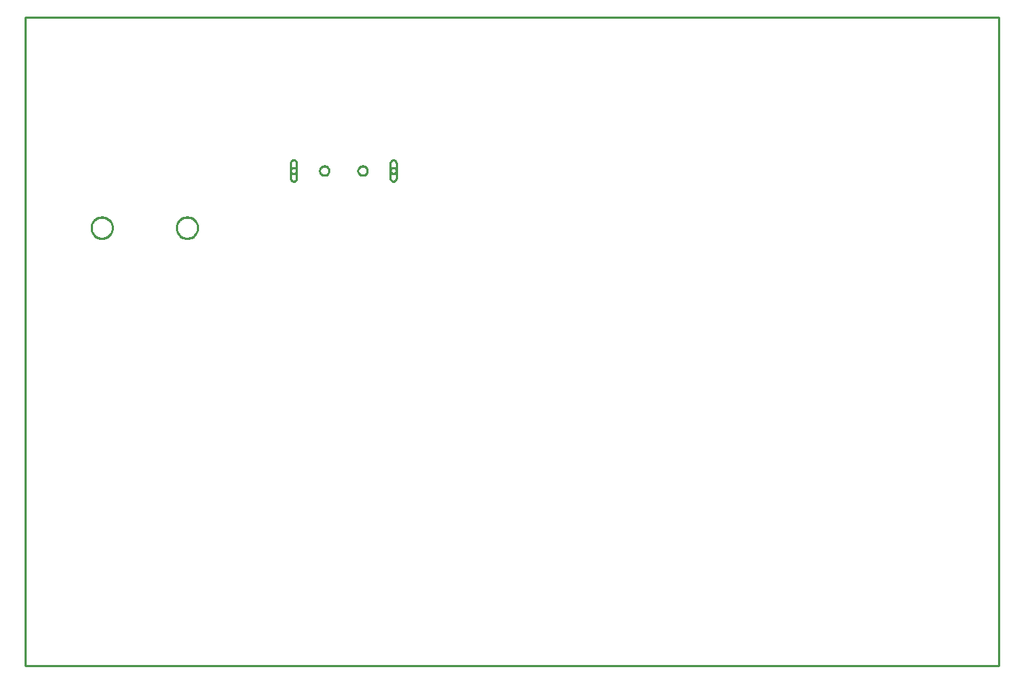
<source format=gbr>
G04 EAGLE Gerber RS-274X export*
G75*
%MOMM*%
%FSLAX34Y34*%
%LPD*%
%IN*%
%IPPOS*%
%AMOC8*
5,1,8,0,0,1.08239X$1,22.5*%
G01*
%ADD10C,0.254000*%


D10*
X0Y0D02*
X1143000Y0D01*
X1143000Y762000D01*
X0Y762000D01*
X0Y0D01*
X311380Y572660D02*
X311393Y572355D01*
X311433Y572052D01*
X311499Y571754D01*
X311591Y571463D01*
X311708Y571181D01*
X311849Y570910D01*
X312013Y570652D01*
X312199Y570410D01*
X312405Y570185D01*
X312630Y569979D01*
X312872Y569793D01*
X313130Y569629D01*
X313401Y569488D01*
X313683Y569371D01*
X313974Y569279D01*
X314272Y569213D01*
X314575Y569173D01*
X314880Y569160D01*
X315185Y569173D01*
X315488Y569213D01*
X315786Y569279D01*
X316077Y569371D01*
X316359Y569488D01*
X316630Y569629D01*
X316888Y569793D01*
X317130Y569979D01*
X317355Y570185D01*
X317561Y570410D01*
X317747Y570652D01*
X317911Y570910D01*
X318052Y571181D01*
X318169Y571463D01*
X318261Y571754D01*
X318327Y572052D01*
X318367Y572355D01*
X318380Y572660D01*
X318380Y590660D01*
X318367Y590965D01*
X318327Y591268D01*
X318261Y591566D01*
X318169Y591857D01*
X318052Y592139D01*
X317911Y592410D01*
X317747Y592668D01*
X317561Y592910D01*
X317355Y593135D01*
X317130Y593341D01*
X316888Y593527D01*
X316630Y593691D01*
X316359Y593832D01*
X316077Y593949D01*
X315786Y594041D01*
X315488Y594107D01*
X315185Y594147D01*
X314880Y594160D01*
X314575Y594147D01*
X314272Y594107D01*
X313974Y594041D01*
X313683Y593949D01*
X313401Y593832D01*
X313130Y593691D01*
X312872Y593527D01*
X312630Y593341D01*
X312405Y593135D01*
X312199Y592910D01*
X312013Y592668D01*
X311849Y592410D01*
X311708Y592139D01*
X311591Y591857D01*
X311499Y591566D01*
X311433Y591268D01*
X311393Y590965D01*
X311380Y590660D01*
X311380Y572660D01*
X428380Y572660D02*
X428393Y572355D01*
X428433Y572052D01*
X428499Y571754D01*
X428591Y571463D01*
X428708Y571181D01*
X428849Y570910D01*
X429013Y570652D01*
X429199Y570410D01*
X429405Y570185D01*
X429630Y569979D01*
X429872Y569793D01*
X430130Y569629D01*
X430401Y569488D01*
X430683Y569371D01*
X430974Y569279D01*
X431272Y569213D01*
X431575Y569173D01*
X431880Y569160D01*
X432185Y569173D01*
X432488Y569213D01*
X432786Y569279D01*
X433077Y569371D01*
X433359Y569488D01*
X433630Y569629D01*
X433888Y569793D01*
X434130Y569979D01*
X434355Y570185D01*
X434561Y570410D01*
X434747Y570652D01*
X434911Y570910D01*
X435052Y571181D01*
X435169Y571463D01*
X435261Y571754D01*
X435327Y572052D01*
X435367Y572355D01*
X435380Y572660D01*
X435380Y590660D01*
X435367Y590965D01*
X435327Y591268D01*
X435261Y591566D01*
X435169Y591857D01*
X435052Y592139D01*
X434911Y592410D01*
X434747Y592668D01*
X434561Y592910D01*
X434355Y593135D01*
X434130Y593341D01*
X433888Y593527D01*
X433630Y593691D01*
X433359Y593832D01*
X433077Y593949D01*
X432786Y594041D01*
X432488Y594107D01*
X432185Y594147D01*
X431880Y594160D01*
X431575Y594147D01*
X431272Y594107D01*
X430974Y594041D01*
X430683Y593949D01*
X430401Y593832D01*
X430130Y593691D01*
X429872Y593527D01*
X429630Y593341D01*
X429405Y593135D01*
X429199Y592910D01*
X429013Y592668D01*
X428849Y592410D01*
X428708Y592139D01*
X428591Y591857D01*
X428499Y591566D01*
X428433Y591268D01*
X428393Y590965D01*
X428380Y590660D01*
X428380Y572660D01*
X102200Y514009D02*
X102123Y513030D01*
X101969Y512060D01*
X101740Y511104D01*
X101436Y510170D01*
X101061Y509263D01*
X100615Y508388D01*
X100101Y507550D01*
X99524Y506755D01*
X98886Y506008D01*
X98192Y505314D01*
X97445Y504676D01*
X96650Y504099D01*
X95812Y503585D01*
X94937Y503139D01*
X94030Y502764D01*
X93096Y502460D01*
X92141Y502231D01*
X91170Y502077D01*
X90191Y502000D01*
X89209Y502000D01*
X88230Y502077D01*
X87260Y502231D01*
X86304Y502460D01*
X85370Y502764D01*
X84463Y503139D01*
X83588Y503585D01*
X82750Y504099D01*
X81955Y504676D01*
X81208Y505314D01*
X80514Y506008D01*
X79876Y506755D01*
X79299Y507550D01*
X78785Y508388D01*
X78339Y509263D01*
X77964Y510170D01*
X77660Y511104D01*
X77431Y512060D01*
X77277Y513030D01*
X77200Y514009D01*
X77200Y514991D01*
X77277Y515970D01*
X77431Y516941D01*
X77660Y517896D01*
X77964Y518830D01*
X78339Y519737D01*
X78785Y520612D01*
X79299Y521450D01*
X79876Y522245D01*
X80514Y522992D01*
X81208Y523686D01*
X81955Y524324D01*
X82750Y524901D01*
X83588Y525415D01*
X84463Y525861D01*
X85370Y526236D01*
X86304Y526540D01*
X87260Y526769D01*
X88230Y526923D01*
X89209Y527000D01*
X90191Y527000D01*
X91170Y526923D01*
X92141Y526769D01*
X93096Y526540D01*
X94030Y526236D01*
X94937Y525861D01*
X95812Y525415D01*
X96650Y524901D01*
X97445Y524324D01*
X98192Y523686D01*
X98886Y522992D01*
X99524Y522245D01*
X100101Y521450D01*
X100615Y520612D01*
X101061Y519737D01*
X101436Y518830D01*
X101740Y517896D01*
X101969Y516941D01*
X102123Y515970D01*
X102200Y514991D01*
X102200Y514009D01*
X202200Y514009D02*
X202123Y513030D01*
X201969Y512060D01*
X201740Y511104D01*
X201436Y510170D01*
X201061Y509263D01*
X200615Y508388D01*
X200101Y507550D01*
X199524Y506755D01*
X198886Y506008D01*
X198192Y505314D01*
X197445Y504676D01*
X196650Y504099D01*
X195812Y503585D01*
X194937Y503139D01*
X194030Y502764D01*
X193096Y502460D01*
X192141Y502231D01*
X191170Y502077D01*
X190191Y502000D01*
X189209Y502000D01*
X188230Y502077D01*
X187260Y502231D01*
X186304Y502460D01*
X185370Y502764D01*
X184463Y503139D01*
X183588Y503585D01*
X182750Y504099D01*
X181955Y504676D01*
X181208Y505314D01*
X180514Y506008D01*
X179876Y506755D01*
X179299Y507550D01*
X178785Y508388D01*
X178339Y509263D01*
X177964Y510170D01*
X177660Y511104D01*
X177431Y512060D01*
X177277Y513030D01*
X177200Y514009D01*
X177200Y514991D01*
X177277Y515970D01*
X177431Y516941D01*
X177660Y517896D01*
X177964Y518830D01*
X178339Y519737D01*
X178785Y520612D01*
X179299Y521450D01*
X179876Y522245D01*
X180514Y522992D01*
X181208Y523686D01*
X181955Y524324D01*
X182750Y524901D01*
X183588Y525415D01*
X184463Y525861D01*
X185370Y526236D01*
X186304Y526540D01*
X187260Y526769D01*
X188230Y526923D01*
X189209Y527000D01*
X190191Y527000D01*
X191170Y526923D01*
X192141Y526769D01*
X193096Y526540D01*
X194030Y526236D01*
X194937Y525861D01*
X195812Y525415D01*
X196650Y524901D01*
X197445Y524324D01*
X198192Y523686D01*
X198886Y522992D01*
X199524Y522245D01*
X200101Y521450D01*
X200615Y520612D01*
X201061Y519737D01*
X201436Y518830D01*
X201740Y517896D01*
X201969Y516941D01*
X202123Y515970D01*
X202200Y514991D01*
X202200Y514009D01*
X390380Y581351D02*
X390449Y580737D01*
X390587Y580135D01*
X390791Y579552D01*
X391059Y578995D01*
X391387Y578472D01*
X391773Y577989D01*
X392209Y577553D01*
X392692Y577167D01*
X393215Y576839D01*
X393772Y576571D01*
X394355Y576367D01*
X394957Y576229D01*
X395571Y576160D01*
X396189Y576160D01*
X396803Y576229D01*
X397405Y576367D01*
X397988Y576571D01*
X398545Y576839D01*
X399068Y577167D01*
X399551Y577553D01*
X399988Y577989D01*
X400373Y578472D01*
X400701Y578995D01*
X400969Y579552D01*
X401173Y580135D01*
X401311Y580737D01*
X401380Y581351D01*
X401380Y581969D01*
X401311Y582583D01*
X401173Y583185D01*
X400969Y583768D01*
X400701Y584325D01*
X400373Y584848D01*
X399988Y585331D01*
X399551Y585768D01*
X399068Y586153D01*
X398545Y586481D01*
X397988Y586749D01*
X397405Y586953D01*
X396803Y587091D01*
X396189Y587160D01*
X395571Y587160D01*
X394957Y587091D01*
X394355Y586953D01*
X393772Y586749D01*
X393215Y586481D01*
X392692Y586153D01*
X392209Y585768D01*
X391773Y585331D01*
X391387Y584848D01*
X391059Y584325D01*
X390791Y583768D01*
X390587Y583185D01*
X390449Y582583D01*
X390380Y581969D01*
X390380Y581351D01*
X345380Y581351D02*
X345449Y580737D01*
X345587Y580135D01*
X345791Y579552D01*
X346059Y578995D01*
X346387Y578472D01*
X346773Y577989D01*
X347209Y577553D01*
X347692Y577167D01*
X348215Y576839D01*
X348772Y576571D01*
X349355Y576367D01*
X349957Y576229D01*
X350571Y576160D01*
X351189Y576160D01*
X351803Y576229D01*
X352405Y576367D01*
X352988Y576571D01*
X353545Y576839D01*
X354068Y577167D01*
X354551Y577553D01*
X354988Y577989D01*
X355373Y578472D01*
X355701Y578995D01*
X355969Y579552D01*
X356173Y580135D01*
X356311Y580737D01*
X356380Y581351D01*
X356380Y581969D01*
X356311Y582583D01*
X356173Y583185D01*
X355969Y583768D01*
X355701Y584325D01*
X355373Y584848D01*
X354988Y585331D01*
X354551Y585768D01*
X354068Y586153D01*
X353545Y586481D01*
X352988Y586749D01*
X352405Y586953D01*
X351803Y587091D01*
X351189Y587160D01*
X350571Y587160D01*
X349957Y587091D01*
X349355Y586953D01*
X348772Y586749D01*
X348215Y586481D01*
X347692Y586153D01*
X347209Y585768D01*
X346773Y585331D01*
X346387Y584848D01*
X346059Y584325D01*
X345791Y583768D01*
X345587Y583185D01*
X345449Y582583D01*
X345380Y581969D01*
X345380Y581351D01*
X428380Y581431D02*
X428440Y580976D01*
X428559Y580533D01*
X428734Y580109D01*
X428964Y579711D01*
X429243Y579347D01*
X429567Y579023D01*
X429931Y578744D01*
X430329Y578514D01*
X430753Y578339D01*
X431196Y578220D01*
X431651Y578160D01*
X432109Y578160D01*
X432564Y578220D01*
X433007Y578339D01*
X433431Y578514D01*
X433829Y578744D01*
X434193Y579023D01*
X434517Y579347D01*
X434796Y579711D01*
X435026Y580109D01*
X435201Y580533D01*
X435320Y580976D01*
X435380Y581431D01*
X435380Y581889D01*
X435320Y582344D01*
X435201Y582787D01*
X435026Y583211D01*
X434796Y583609D01*
X434517Y583973D01*
X434193Y584297D01*
X433829Y584576D01*
X433431Y584806D01*
X433007Y584981D01*
X432564Y585100D01*
X432109Y585160D01*
X431651Y585160D01*
X431196Y585100D01*
X430753Y584981D01*
X430329Y584806D01*
X429931Y584576D01*
X429567Y584297D01*
X429243Y583973D01*
X428964Y583609D01*
X428734Y583211D01*
X428559Y582787D01*
X428440Y582344D01*
X428380Y581889D01*
X428380Y581431D01*
X311380Y581431D02*
X311440Y580976D01*
X311559Y580533D01*
X311734Y580109D01*
X311964Y579711D01*
X312243Y579347D01*
X312567Y579023D01*
X312931Y578744D01*
X313329Y578514D01*
X313753Y578339D01*
X314196Y578220D01*
X314651Y578160D01*
X315109Y578160D01*
X315564Y578220D01*
X316007Y578339D01*
X316431Y578514D01*
X316829Y578744D01*
X317193Y579023D01*
X317517Y579347D01*
X317796Y579711D01*
X318026Y580109D01*
X318201Y580533D01*
X318320Y580976D01*
X318380Y581431D01*
X318380Y581889D01*
X318320Y582344D01*
X318201Y582787D01*
X318026Y583211D01*
X317796Y583609D01*
X317517Y583973D01*
X317193Y584297D01*
X316829Y584576D01*
X316431Y584806D01*
X316007Y584981D01*
X315564Y585100D01*
X315109Y585160D01*
X314651Y585160D01*
X314196Y585100D01*
X313753Y584981D01*
X313329Y584806D01*
X312931Y584576D01*
X312567Y584297D01*
X312243Y583973D01*
X311964Y583609D01*
X311734Y583211D01*
X311559Y582787D01*
X311440Y582344D01*
X311380Y581889D01*
X311380Y581431D01*
M02*

</source>
